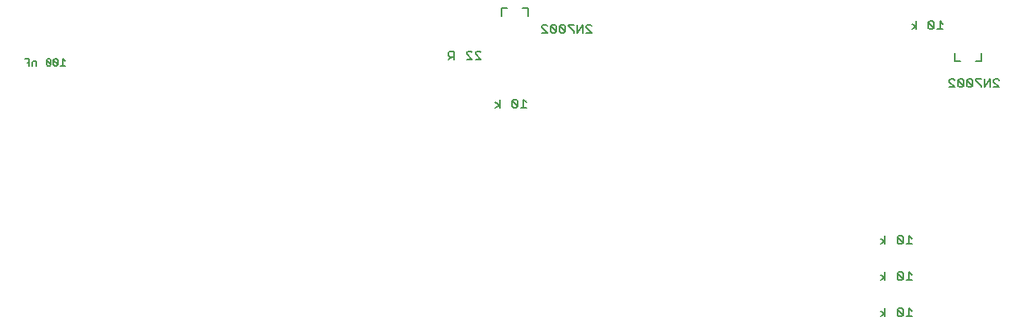
<source format=gbo>
G75*
G70*
%OFA0B0*%
%FSLAX24Y24*%
%IPPOS*%
%LPD*%
%AMOC8*
5,1,8,0,0,1.08239X$1,22.5*
%
%ADD10C,0.0060*%
%ADD11C,0.0080*%
%ADD12C,0.0050*%
D10*
X038337Y011310D02*
X038507Y011423D01*
X038337Y011537D01*
X038507Y011650D02*
X038507Y011310D01*
X039017Y011367D02*
X039017Y011594D01*
X039244Y011367D01*
X039187Y011310D01*
X039073Y011310D01*
X039017Y011367D01*
X039244Y011367D02*
X039244Y011594D01*
X039187Y011650D01*
X039073Y011650D01*
X039017Y011594D01*
X039385Y011310D02*
X039612Y011310D01*
X039498Y011310D02*
X039498Y011650D01*
X039612Y011537D01*
X039612Y012810D02*
X039385Y012810D01*
X039498Y012810D02*
X039498Y013150D01*
X039612Y013037D01*
X039244Y013094D02*
X039187Y013150D01*
X039073Y013150D01*
X039017Y013094D01*
X039244Y012867D01*
X039187Y012810D01*
X039073Y012810D01*
X039017Y012867D01*
X039017Y013094D01*
X039244Y013094D02*
X039244Y012867D01*
X038507Y012923D02*
X038337Y013037D01*
X038507Y013150D02*
X038507Y012810D01*
X038507Y012923D02*
X038337Y012810D01*
X038337Y014310D02*
X038507Y014423D01*
X038337Y014537D01*
X038507Y014650D02*
X038507Y014310D01*
X039017Y014367D02*
X039017Y014594D01*
X039244Y014367D01*
X039187Y014310D01*
X039073Y014310D01*
X039017Y014367D01*
X039244Y014367D02*
X039244Y014594D01*
X039187Y014650D01*
X039073Y014650D01*
X039017Y014594D01*
X039385Y014310D02*
X039612Y014310D01*
X039498Y014310D02*
X039498Y014650D01*
X039612Y014537D01*
X041166Y020810D02*
X041393Y020810D01*
X041166Y021037D01*
X041166Y021094D01*
X041223Y021150D01*
X041337Y021150D01*
X041393Y021094D01*
X041535Y021094D02*
X041762Y020867D01*
X041705Y020810D01*
X041591Y020810D01*
X041535Y020867D01*
X041535Y021094D01*
X041591Y021150D01*
X041705Y021150D01*
X041762Y021094D01*
X041762Y020867D01*
X041903Y020867D02*
X041960Y020810D01*
X042073Y020810D01*
X042130Y020867D01*
X041903Y021094D01*
X041903Y020867D01*
X041903Y021094D02*
X041960Y021150D01*
X042073Y021150D01*
X042130Y021094D01*
X042130Y020867D01*
X042271Y021094D02*
X042498Y020867D01*
X042498Y020810D01*
X042640Y020810D02*
X042640Y021150D01*
X042498Y021150D02*
X042271Y021150D01*
X042271Y021094D01*
X042640Y020810D02*
X042867Y021150D01*
X042867Y020810D01*
X043008Y020810D02*
X043235Y020810D01*
X043008Y021037D01*
X043008Y021094D01*
X043065Y021150D01*
X043178Y021150D01*
X043235Y021094D01*
X040900Y023210D02*
X040673Y023210D01*
X040787Y023210D02*
X040787Y023550D01*
X040900Y023437D01*
X040532Y023494D02*
X040532Y023267D01*
X040305Y023494D01*
X040305Y023267D01*
X040362Y023210D01*
X040475Y023210D01*
X040532Y023267D01*
X040532Y023494D02*
X040475Y023550D01*
X040362Y023550D01*
X040305Y023494D01*
X039795Y023550D02*
X039795Y023210D01*
X039795Y023323D02*
X039625Y023437D01*
X039795Y023323D02*
X039625Y023210D01*
X026360Y023344D02*
X026303Y023400D01*
X026190Y023400D01*
X026133Y023344D01*
X026133Y023287D01*
X026360Y023060D01*
X026133Y023060D01*
X025992Y023060D02*
X025992Y023400D01*
X025765Y023060D01*
X025765Y023400D01*
X025623Y023400D02*
X025396Y023400D01*
X025396Y023344D01*
X025623Y023117D01*
X025623Y023060D01*
X025255Y023117D02*
X025028Y023344D01*
X025028Y023117D01*
X025085Y023060D01*
X025198Y023060D01*
X025255Y023117D01*
X025255Y023344D01*
X025198Y023400D01*
X025085Y023400D01*
X025028Y023344D01*
X024887Y023344D02*
X024830Y023400D01*
X024716Y023400D01*
X024660Y023344D01*
X024887Y023117D01*
X024830Y023060D01*
X024716Y023060D01*
X024660Y023117D01*
X024660Y023344D01*
X024518Y023344D02*
X024462Y023400D01*
X024348Y023400D01*
X024291Y023344D01*
X024291Y023287D01*
X024518Y023060D01*
X024291Y023060D01*
X024887Y023117D02*
X024887Y023344D01*
X021775Y022244D02*
X021718Y022300D01*
X021605Y022300D01*
X021548Y022244D01*
X021548Y022187D01*
X021775Y021960D01*
X021548Y021960D01*
X021407Y021960D02*
X021180Y022187D01*
X021180Y022244D01*
X021237Y022300D01*
X021350Y022300D01*
X021407Y022244D01*
X021407Y021960D02*
X021180Y021960D01*
X020670Y021960D02*
X020670Y022300D01*
X020500Y022300D01*
X020443Y022244D01*
X020443Y022130D01*
X020500Y022073D01*
X020670Y022073D01*
X020557Y022073D02*
X020443Y021960D01*
X022375Y020187D02*
X022545Y020073D01*
X022375Y019960D01*
X022545Y019960D02*
X022545Y020300D01*
X023055Y020244D02*
X023282Y020017D01*
X023225Y019960D01*
X023112Y019960D01*
X023055Y020017D01*
X023055Y020244D01*
X023112Y020300D01*
X023225Y020300D01*
X023282Y020244D01*
X023282Y020017D01*
X023423Y019960D02*
X023650Y019960D01*
X023537Y019960D02*
X023537Y020300D01*
X023650Y020187D01*
D11*
X023731Y023766D02*
X023731Y024081D01*
X023495Y024081D01*
X022865Y024081D02*
X022629Y024081D01*
X022629Y023766D01*
X041379Y022219D02*
X041379Y021904D01*
X041615Y021904D01*
X042245Y021904D02*
X042481Y021904D01*
X042481Y022219D01*
D12*
X004549Y021887D02*
X004459Y021977D01*
X004459Y021707D01*
X004549Y021707D02*
X004369Y021707D01*
X004254Y021752D02*
X004209Y021707D01*
X004119Y021707D01*
X004074Y021752D01*
X004074Y021932D01*
X004254Y021752D01*
X004254Y021932D01*
X004209Y021977D01*
X004119Y021977D01*
X004074Y021932D01*
X003959Y021932D02*
X003914Y021977D01*
X003824Y021977D01*
X003779Y021932D01*
X003959Y021752D01*
X003914Y021707D01*
X003824Y021707D01*
X003779Y021752D01*
X003779Y021932D01*
X003959Y021932D02*
X003959Y021752D01*
X003370Y021707D02*
X003370Y021887D01*
X003235Y021887D01*
X003190Y021842D01*
X003190Y021707D01*
X003075Y021707D02*
X003075Y021977D01*
X002895Y021977D01*
X002985Y021842D02*
X003075Y021842D01*
M02*

</source>
